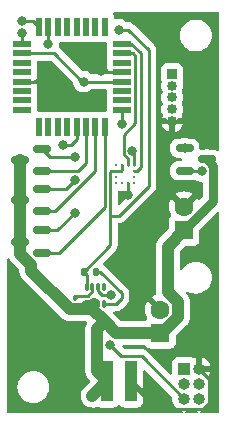
<source format=gbr>
%TF.GenerationSoftware,KiCad,Pcbnew,7.0.7*%
%TF.CreationDate,2024-03-31T00:03:08-06:00*%
%TF.ProjectId,timer,74696d65-722e-46b6-9963-61645f706362,rev?*%
%TF.SameCoordinates,Original*%
%TF.FileFunction,Copper,L1,Top*%
%TF.FilePolarity,Positive*%
%FSLAX46Y46*%
G04 Gerber Fmt 4.6, Leading zero omitted, Abs format (unit mm)*
G04 Created by KiCad (PCBNEW 7.0.7) date 2024-03-31 00:03:08*
%MOMM*%
%LPD*%
G01*
G04 APERTURE LIST*
G04 Aperture macros list*
%AMRoundRect*
0 Rectangle with rounded corners*
0 $1 Rounding radius*
0 $2 $3 $4 $5 $6 $7 $8 $9 X,Y pos of 4 corners*
0 Add a 4 corners polygon primitive as box body*
4,1,4,$2,$3,$4,$5,$6,$7,$8,$9,$2,$3,0*
0 Add four circle primitives for the rounded corners*
1,1,$1+$1,$2,$3*
1,1,$1+$1,$4,$5*
1,1,$1+$1,$6,$7*
1,1,$1+$1,$8,$9*
0 Add four rect primitives between the rounded corners*
20,1,$1+$1,$2,$3,$4,$5,0*
20,1,$1+$1,$4,$5,$6,$7,0*
20,1,$1+$1,$6,$7,$8,$9,0*
20,1,$1+$1,$8,$9,$2,$3,0*%
G04 Aperture macros list end*
%TA.AperFunction,SMDPad,CuDef*%
%ADD10RoundRect,0.150000X-0.587500X-0.150000X0.587500X-0.150000X0.587500X0.150000X-0.587500X0.150000X0*%
%TD*%
%TA.AperFunction,SMDPad,CuDef*%
%ADD11RoundRect,0.150000X0.587500X0.150000X-0.587500X0.150000X-0.587500X-0.150000X0.587500X-0.150000X0*%
%TD*%
%TA.AperFunction,SMDPad,CuDef*%
%ADD12R,1.600000X0.550000*%
%TD*%
%TA.AperFunction,SMDPad,CuDef*%
%ADD13R,0.550000X1.600000*%
%TD*%
%TA.AperFunction,ComponentPad*%
%ADD14C,1.600000*%
%TD*%
%TA.AperFunction,ComponentPad*%
%ADD15R,1.600000X1.600000*%
%TD*%
%TA.AperFunction,SMDPad,CuDef*%
%ADD16R,0.250000X0.275000*%
%TD*%
%TA.AperFunction,SMDPad,CuDef*%
%ADD17R,0.275000X0.250000*%
%TD*%
%TA.AperFunction,ComponentPad*%
%ADD18R,1.000000X1.000000*%
%TD*%
%TA.AperFunction,ComponentPad*%
%ADD19O,1.000000X1.000000*%
%TD*%
%TA.AperFunction,SMDPad,CuDef*%
%ADD20RoundRect,0.100000X-0.100000X0.130000X-0.100000X-0.130000X0.100000X-0.130000X0.100000X0.130000X0*%
%TD*%
%TA.AperFunction,SMDPad,CuDef*%
%ADD21RoundRect,0.050000X0.100000X-0.285000X0.100000X0.285000X-0.100000X0.285000X-0.100000X-0.285000X0*%
%TD*%
%TA.AperFunction,SMDPad,CuDef*%
%ADD22R,1.000000X3.500000*%
%TD*%
%TA.AperFunction,ComponentPad*%
%ADD23R,0.850000X0.850000*%
%TD*%
%TA.AperFunction,ComponentPad*%
%ADD24O,0.850000X0.850000*%
%TD*%
%TA.AperFunction,SMDPad,CuDef*%
%ADD25RoundRect,0.135000X0.135000X0.185000X-0.135000X0.185000X-0.135000X-0.185000X0.135000X-0.185000X0*%
%TD*%
%TA.AperFunction,ViaPad*%
%ADD26C,0.800000*%
%TD*%
%TA.AperFunction,Conductor*%
%ADD27C,1.000000*%
%TD*%
%TA.AperFunction,Conductor*%
%ADD28C,0.250000*%
%TD*%
%TA.AperFunction,Conductor*%
%ADD29C,0.750000*%
%TD*%
G04 APERTURE END LIST*
D10*
%TO.P,Q4,1,G*%
%TO.N,t3*%
X221062500Y-86300000D03*
%TO.P,Q4,2,S*%
%TO.N,c3*%
X221062500Y-88200000D03*
%TO.P,Q4,3,D*%
%TO.N,V_{cc}*%
X222937500Y-87250000D03*
%TD*%
D11*
%TO.P,Q3,1,G*%
%TO.N,t2*%
X209000000Y-95150000D03*
%TO.P,Q3,2,S*%
%TO.N,c2*%
X209000000Y-93250000D03*
%TO.P,Q3,3,D*%
%TO.N,V_{cc}*%
X207125000Y-94200000D03*
%TD*%
D12*
%TO.P,U1,1,PD3*%
%TO.N,t3*%
X215750000Y-83050000D03*
%TO.P,U1,2,PD4*%
%TO.N,unconnected-(U1-PD4-Pad2)*%
X215750000Y-82250000D03*
%TO.P,U1,3,PA2*%
%TO.N,unconnected-(U1-PA2-Pad3)*%
X215750000Y-81450000D03*
%TO.P,U1,4,VCC*%
%TO.N,V_{reg}*%
X215750000Y-80650000D03*
%TO.P,U1,5,GND*%
%TO.N,GND*%
X215750000Y-79850000D03*
%TO.P,U1,6,PA3*%
%TO.N,unconnected-(U1-PA3-Pad6)*%
X215750000Y-79050000D03*
%TO.P,U1,7,PB6*%
%TO.N,SDA*%
X215750000Y-78250000D03*
%TO.P,U1,8,PB7*%
%TO.N,SCL*%
X215750000Y-77450000D03*
D13*
%TO.P,U1,9,PD5*%
%TO.N,unconnected-(U1-PD5-Pad9)*%
X214300000Y-76000000D03*
%TO.P,U1,10,PD6*%
%TO.N,unconnected-(U1-PD6-Pad10)*%
X213500000Y-76000000D03*
%TO.P,U1,11,PD7*%
%TO.N,unconnected-(U1-PD7-Pad11)*%
X212700000Y-76000000D03*
%TO.P,U1,12,PB0*%
%TO.N,unconnected-(U1-PB0-Pad12)*%
X211900000Y-76000000D03*
%TO.P,U1,13,PB1*%
%TO.N,unconnected-(U1-PB1-Pad13)*%
X211100000Y-76000000D03*
%TO.P,U1,14,PB2*%
%TO.N,unconnected-(U1-PB2-Pad14)*%
X210300000Y-76000000D03*
%TO.P,U1,15,PB3*%
%TO.N,MOSI*%
X209500000Y-76000000D03*
%TO.P,U1,16,PB4*%
%TO.N,MISO*%
X208700000Y-76000000D03*
D12*
%TO.P,U1,17,PB5*%
%TO.N,SCK*%
X207250000Y-77450000D03*
%TO.P,U1,18,AVCC*%
%TO.N,V_{reg}*%
X207250000Y-78250000D03*
%TO.P,U1,19,PA0*%
%TO.N,unconnected-(U1-PA0-Pad19)*%
X207250000Y-79050000D03*
%TO.P,U1,20,PC7*%
%TO.N,unconnected-(U1-PC7-Pad20)*%
X207250000Y-79850000D03*
%TO.P,U1,21,GND*%
%TO.N,GND*%
X207250000Y-80650000D03*
%TO.P,U1,22,PA1*%
%TO.N,unconnected-(U1-PA1-Pad22)*%
X207250000Y-81450000D03*
%TO.P,U1,23,PC0*%
%TO.N,unconnected-(U1-PC0-Pad23)*%
X207250000Y-82250000D03*
%TO.P,U1,24,PC1*%
%TO.N,unconnected-(U1-PC1-Pad24)*%
X207250000Y-83050000D03*
D13*
%TO.P,U1,25,PC2*%
%TO.N,unconnected-(U1-PC2-Pad25)*%
X208700000Y-84500000D03*
%TO.P,U1,26,PC3*%
%TO.N,unconnected-(U1-PC3-Pad26)*%
X209500000Y-84500000D03*
%TO.P,U1,27,PC4*%
%TO.N,unconnected-(U1-PC4-Pad27)*%
X210300000Y-84500000D03*
%TO.P,U1,28,PC5*%
%TO.N,unconnected-(U1-PC5-Pad28)*%
X211100000Y-84500000D03*
%TO.P,U1,29,~{RESET}/PC6*%
%TO.N,~{RESET}*%
X211900000Y-84500000D03*
%TO.P,U1,30,PD0*%
%TO.N,t0*%
X212700000Y-84500000D03*
%TO.P,U1,31,PD1*%
%TO.N,t1*%
X213500000Y-84500000D03*
%TO.P,U1,32,PD2*%
%TO.N,t2*%
X214300000Y-84500000D03*
%TD*%
D11*
%TO.P,Q1,1,G*%
%TO.N,t0*%
X209000000Y-88250000D03*
%TO.P,Q1,2,S*%
%TO.N,c0*%
X209000000Y-86350000D03*
%TO.P,Q1,3,D*%
%TO.N,V_{cc}*%
X207125000Y-87300000D03*
%TD*%
D14*
%TO.P,C2,2*%
%TO.N,GND*%
X221000000Y-91250000D03*
D15*
%TO.P,C2,1*%
%TO.N,V_{cc}*%
X221000000Y-93250000D03*
%TD*%
D16*
%TO.P,U3,1,V_{PP}*%
%TO.N,GND*%
X216750000Y-87737500D03*
%TO.P,U3,2,SDA*%
%TO.N,SDA*%
X216250000Y-87737500D03*
%TO.P,U3,3,V_{DD}*%
%TO.N,V_{reg}*%
X215750000Y-87737500D03*
%TO.P,U3,4,NC*%
%TO.N,unconnected-(U3-NC-Pad4)*%
X215250000Y-87737500D03*
D17*
%TO.P,U3,5,INTN*%
%TO.N,V_{reg}*%
X215237500Y-88250000D03*
%TO.P,U3,6,NC*%
%TO.N,unconnected-(U3-NC-Pad6)*%
X215237500Y-88750000D03*
D16*
%TO.P,U3,7,NC*%
%TO.N,unconnected-(U3-NC-Pad7)*%
X215250000Y-89262500D03*
%TO.P,U3,8,NC*%
%TO.N,unconnected-(U3-NC-Pad8)*%
X215750000Y-89262500D03*
%TO.P,U3,9,GND*%
%TO.N,GND*%
X216250000Y-89262500D03*
%TO.P,U3,10,NC*%
%TO.N,unconnected-(U3-NC-Pad10)*%
X216750000Y-89262500D03*
D17*
%TO.P,U3,11,NC*%
%TO.N,unconnected-(U3-NC-Pad11)*%
X216762500Y-88750000D03*
%TO.P,U3,12,SCL*%
%TO.N,SCL*%
X216762500Y-88250000D03*
%TD*%
D18*
%TO.P,J1,1,MISO*%
%TO.N,MISO*%
X221000000Y-104980000D03*
D19*
%TO.P,J1,2,VCC*%
%TO.N,GND*%
X222270000Y-104980000D03*
%TO.P,J1,3,SCK*%
%TO.N,SCK*%
X221000000Y-106250000D03*
%TO.P,J1,4,MOSI*%
%TO.N,MOSI*%
X222270000Y-106250000D03*
%TO.P,J1,5,~{RST}*%
%TO.N,~{RESET}*%
X221000000Y-107520000D03*
%TO.P,J1,6,GND*%
%TO.N,V_{cc}*%
X222270000Y-107520000D03*
%TD*%
D11*
%TO.P,Q2,1,G*%
%TO.N,t1*%
X209000000Y-91650000D03*
%TO.P,Q2,2,S*%
%TO.N,c1*%
X209000000Y-89750000D03*
%TO.P,Q2,3,D*%
%TO.N,V_{cc}*%
X207125000Y-90700000D03*
%TD*%
D20*
%TO.P,L1,1*%
%TO.N,Net-(U2-SW)*%
X211750000Y-99000000D03*
%TO.P,L1,2*%
%TO.N,V_{cc}*%
X211750000Y-99640000D03*
%TD*%
D15*
%TO.P,C1,1*%
%TO.N,V_{cc}*%
X219000000Y-101955113D03*
D14*
%TO.P,C1,2*%
%TO.N,GND*%
X219000000Y-99955113D03*
%TD*%
D21*
%TO.P,U2,1,VIN*%
%TO.N,V_{cc}*%
X212750000Y-99490000D03*
%TO.P,U2,2,EN*%
X213250000Y-99490000D03*
%TO.P,U2,3,MODE*%
X213750000Y-99490000D03*
%TO.P,U2,4,PG*%
%TO.N,Net-(U2-PG)*%
X214250000Y-99490000D03*
%TO.P,U2,5,FB*%
%TO.N,unconnected-(U2-FB-Pad5)*%
X214250000Y-98010000D03*
%TO.P,U2,6,GND*%
%TO.N,GND*%
X213750000Y-98010000D03*
%TO.P,U2,7,SW*%
%TO.N,Net-(U2-SW)*%
X213250000Y-98010000D03*
%TO.P,U2,8,VOUT*%
%TO.N,V_{reg}*%
X212750000Y-98010000D03*
%TD*%
D22*
%TO.P,BT1,1,+*%
%TO.N,V_{cc}*%
X214500000Y-106000000D03*
%TO.P,BT1,2,-*%
%TO.N,GND*%
X216500000Y-106000000D03*
%TD*%
D23*
%TO.P,J2,1,Pin_1*%
%TO.N,c0*%
X220000000Y-80000000D03*
D24*
%TO.P,J2,2,Pin_2*%
%TO.N,c1*%
X220000000Y-81000000D03*
%TO.P,J2,3,Pin_3*%
%TO.N,c2*%
X220000000Y-82000000D03*
%TO.P,J2,4,Pin_4*%
%TO.N,c3*%
X220000000Y-83000000D03*
%TO.P,J2,5,Pin_5*%
%TO.N,GND*%
X220000000Y-84000000D03*
%TD*%
D25*
%TO.P,R1,1*%
%TO.N,Net-(U2-PG)*%
X213510000Y-96750000D03*
%TO.P,R1,2*%
%TO.N,V_{reg}*%
X212490000Y-96750000D03*
%TD*%
D26*
%TO.N,V_{cc}*%
X213250000Y-107250000D03*
%TO.N,V_{reg}*%
X212500000Y-80650000D03*
X215500000Y-76250000D03*
%TO.N,GND*%
X216250000Y-90250000D03*
X222250000Y-100250000D03*
X216600500Y-86500000D03*
X210750000Y-80750000D03*
X214000000Y-79750000D03*
%TO.N,~{RESET}*%
X214750000Y-103000000D03*
%TO.N,GND*%
X214813505Y-98750012D03*
%TO.N,MISO*%
X207250000Y-75500497D03*
%TO.N,SCK*%
X207250000Y-76500000D03*
%TO.N,MOSI*%
X209500000Y-77500000D03*
%TO.N,~{RESET}*%
X210750000Y-86000000D03*
%TO.N,c0*%
X211750000Y-87000000D03*
%TO.N,c1*%
X211737701Y-88987701D03*
%TO.N,c2*%
X211750000Y-91750000D03*
%TO.N,c3*%
X222500000Y-88250000D03*
%TO.N,t3*%
X215750000Y-84250000D03*
X221062500Y-86300000D03*
%TD*%
D27*
%TO.N,V_{cc}*%
X214500000Y-106000000D02*
X213250000Y-107250000D01*
D28*
%TO.N,GND*%
X223095000Y-105805000D02*
X222270000Y-104980000D01*
X223095000Y-107861727D02*
X223095000Y-105805000D01*
X222611727Y-108345000D02*
X223095000Y-107861727D01*
X216500000Y-106000000D02*
X218845000Y-108345000D01*
X218845000Y-108345000D02*
X222611727Y-108345000D01*
%TO.N,V_{reg}*%
X212500000Y-80650000D02*
X212400000Y-80650000D01*
X215750000Y-80650000D02*
X212500000Y-80650000D01*
X216275000Y-76250000D02*
X215500000Y-76250000D01*
X215525305Y-92000000D02*
X218000000Y-89525305D01*
X214750000Y-92000000D02*
X215525305Y-92000000D01*
X214750000Y-92000000D02*
X214750000Y-94490000D01*
X218000000Y-77975000D02*
X216275000Y-76250000D01*
X214750000Y-88350000D02*
X214750000Y-92000000D01*
X218000000Y-89525305D02*
X218000000Y-77975000D01*
%TO.N,GND*%
X216250000Y-90000000D02*
X216250000Y-90250000D01*
%TO.N,Net-(U2-PG)*%
X215260000Y-99490000D02*
X214250000Y-99490000D01*
X215750000Y-99000000D02*
X215260000Y-99490000D01*
X213905330Y-96750000D02*
X215750000Y-98594670D01*
X213510000Y-96750000D02*
X213905330Y-96750000D01*
X215750000Y-98594670D02*
X215750000Y-99000000D01*
D29*
%TO.N,V_{cc}*%
X223475000Y-87787500D02*
X222937500Y-87250000D01*
X223475000Y-90775000D02*
X223475000Y-87787500D01*
X221000000Y-93250000D02*
X223475000Y-90775000D01*
D27*
X219121321Y-101955113D02*
X219000000Y-101955113D01*
X220500000Y-100576434D02*
X219121321Y-101955113D01*
X219621321Y-98455113D02*
X220500000Y-99333792D01*
X219621321Y-94628679D02*
X219621321Y-98455113D01*
X221000000Y-93250000D02*
X219621321Y-94628679D01*
X220500000Y-99333792D02*
X220500000Y-100576434D01*
D28*
%TO.N,SDA*%
X216675000Y-78250000D02*
X215750000Y-78250000D01*
X216875000Y-84150305D02*
X216875000Y-78450000D01*
X215875500Y-85149805D02*
X216875000Y-84150305D01*
X216250000Y-87174805D02*
X215875500Y-86800305D01*
X215875500Y-86800305D02*
X215875500Y-85149805D01*
X216250000Y-87737500D02*
X216250000Y-87174805D01*
X216875000Y-78450000D02*
X216675000Y-78250000D01*
%TO.N,GND*%
X216750000Y-86649500D02*
X216600500Y-86500000D01*
X216750000Y-87737500D02*
X216750000Y-86649500D01*
%TO.N,V_{reg}*%
X214750000Y-94490000D02*
X212490000Y-96750000D01*
X214850000Y-88250000D02*
X214750000Y-88350000D01*
X215237500Y-88250000D02*
X214850000Y-88250000D01*
%TO.N,GND*%
X216250000Y-89262500D02*
X216250000Y-90000000D01*
X210650000Y-80650000D02*
X210750000Y-80750000D01*
X207250000Y-80650000D02*
X210650000Y-80650000D01*
X214100000Y-79850000D02*
X214000000Y-79750000D01*
X215750000Y-79850000D02*
X214100000Y-79850000D01*
D27*
%TO.N,V_{cc}*%
X213650000Y-101600000D02*
X213650000Y-105150000D01*
X214282170Y-100967830D02*
X213650000Y-101600000D01*
X213650000Y-105150000D02*
X214500000Y-106000000D01*
X214282170Y-100967830D02*
X213244340Y-99930000D01*
X215269453Y-101955113D02*
X214282170Y-100967830D01*
D28*
%TO.N,~{RESET}*%
X215675000Y-103925000D02*
X214750000Y-103000000D01*
X217405000Y-103925000D02*
X215675000Y-103925000D01*
X221000000Y-107520000D02*
X217405000Y-103925000D01*
D27*
%TO.N,V_{cc}*%
X213244340Y-99930000D02*
X211318629Y-99930000D01*
X219000000Y-101955113D02*
X215269453Y-101955113D01*
X212475000Y-99930000D02*
X212960000Y-99930000D01*
X212960000Y-99930000D02*
X213400000Y-99490000D01*
X212475000Y-99930000D02*
X212750000Y-99655000D01*
X208060418Y-96671789D02*
X211318629Y-99930000D01*
X208060418Y-96150000D02*
X208060418Y-96671789D01*
X211318629Y-99930000D02*
X212475000Y-99930000D01*
D28*
%TO.N,GND*%
X214813493Y-98750000D02*
X214813505Y-98750012D01*
X214074670Y-98750000D02*
X214813493Y-98750000D01*
X213750000Y-98010000D02*
X213750000Y-98425330D01*
X213750000Y-98425330D02*
X214074670Y-98750000D01*
%TO.N,V_{cc}*%
X213250000Y-99490000D02*
X213750000Y-99490000D01*
X212750000Y-99490000D02*
X213250000Y-99490000D01*
X212600000Y-99640000D02*
X212750000Y-99490000D01*
X211750000Y-99640000D02*
X212600000Y-99640000D01*
%TO.N,V_{reg}*%
X212750000Y-97010000D02*
X212490000Y-96750000D01*
X212750000Y-98010000D02*
X212750000Y-97010000D01*
%TO.N,Net-(U2-SW)*%
X211920000Y-98830000D02*
X211750000Y-99000000D01*
X212845330Y-98830000D02*
X211920000Y-98830000D01*
X213250000Y-98010000D02*
X213250000Y-98425330D01*
X213250000Y-98425330D02*
X212845330Y-98830000D01*
D27*
%TO.N,V_{cc}*%
X207125000Y-90700000D02*
X207125000Y-87300000D01*
X208060418Y-96150000D02*
X207125000Y-95214582D01*
X207125000Y-95214582D02*
X207125000Y-94200000D01*
X207125000Y-94200000D02*
X207125000Y-90700000D01*
D28*
%TO.N,MISO*%
X208200497Y-75500497D02*
X207250000Y-75500497D01*
X208700000Y-76000000D02*
X208200497Y-75500497D01*
%TO.N,SCK*%
X207250000Y-77450000D02*
X207250000Y-76500000D01*
%TO.N,MOSI*%
X209500000Y-76000000D02*
X209500000Y-77500000D01*
%TO.N,~{RESET}*%
X211900000Y-84500000D02*
X211900000Y-85550000D01*
X211900000Y-85550000D02*
X211450000Y-86000000D01*
X211450000Y-86000000D02*
X210750000Y-86000000D01*
%TO.N,c0*%
X209000000Y-86350000D02*
X209650000Y-87000000D01*
X209650000Y-87000000D02*
X211750000Y-87000000D01*
%TO.N,c1*%
X209000000Y-89750000D02*
X210975402Y-89750000D01*
X210975402Y-89750000D02*
X211737701Y-88987701D01*
%TO.N,c2*%
X209000000Y-93250000D02*
X210250000Y-93250000D01*
X210250000Y-93250000D02*
X211750000Y-91750000D01*
%TO.N,c3*%
X221112500Y-88250000D02*
X221062500Y-88200000D01*
X222500000Y-88250000D02*
X221112500Y-88250000D01*
%TO.N,t0*%
X212700000Y-87550000D02*
X212000000Y-88250000D01*
X212700000Y-84500000D02*
X212700000Y-87550000D01*
X212000000Y-88250000D02*
X209000000Y-88250000D01*
%TO.N,t1*%
X213500000Y-88250000D02*
X210100000Y-91650000D01*
X210100000Y-91650000D02*
X209000000Y-91650000D01*
X213500000Y-84500000D02*
X213500000Y-88250000D01*
%TO.N,t2*%
X210386827Y-95150000D02*
X214300000Y-91236827D01*
X209000000Y-95150000D02*
X210386827Y-95150000D01*
X214300000Y-91236827D02*
X214300000Y-84500000D01*
%TO.N,t3*%
X215750000Y-83050000D02*
X215750000Y-84250000D01*
%TO.N,V_{reg}*%
X215750000Y-88150000D02*
X215650000Y-88250000D01*
X215650000Y-88250000D02*
X215237500Y-88250000D01*
X215750000Y-87737500D02*
X215750000Y-88150000D01*
X212400000Y-80650000D02*
X210000000Y-78250000D01*
X210000000Y-78250000D02*
X207250000Y-78250000D01*
%TO.N,SCL*%
X217325000Y-78263604D02*
X216511396Y-77450000D01*
X216511396Y-77450000D02*
X215750000Y-77450000D01*
X217000000Y-88250000D02*
X217325000Y-87925000D01*
X217325000Y-87925000D02*
X217325000Y-78263604D01*
X216762500Y-88250000D02*
X217000000Y-88250000D01*
%TD*%
%TA.AperFunction,Conductor*%
%TO.N,GND*%
G36*
X206205703Y-95645400D02*
G01*
X206229442Y-95675424D01*
X206230163Y-95674949D01*
X206233622Y-95680198D01*
X206233623Y-95680199D01*
X206265533Y-95728618D01*
X206267377Y-95731415D01*
X206269818Y-95735445D01*
X206299588Y-95789080D01*
X206299589Y-95789081D01*
X206299591Y-95789084D01*
X206321968Y-95815149D01*
X206326693Y-95821417D01*
X206345597Y-95850100D01*
X206388965Y-95893468D01*
X206392168Y-95896924D01*
X206432135Y-95943478D01*
X206459299Y-95964505D01*
X206465186Y-95969689D01*
X206767328Y-96271830D01*
X207023599Y-96528101D01*
X207057084Y-96589424D01*
X207059918Y-96615782D01*
X207059918Y-96659072D01*
X207057661Y-96748151D01*
X207057661Y-96748159D01*
X207068482Y-96808528D01*
X207069136Y-96813193D01*
X207075343Y-96874219D01*
X207075345Y-96874233D01*
X207085626Y-96907002D01*
X207087497Y-96914626D01*
X207093560Y-96948441D01*
X207093560Y-96948444D01*
X207116312Y-97005401D01*
X207117892Y-97009840D01*
X207136259Y-97068377D01*
X207136262Y-97068384D01*
X207152927Y-97098408D01*
X207156297Y-97105503D01*
X207169040Y-97137403D01*
X207169045Y-97137413D01*
X207202795Y-97188622D01*
X207205236Y-97192652D01*
X207235006Y-97246287D01*
X207235007Y-97246288D01*
X207235009Y-97246291D01*
X207257386Y-97272356D01*
X207262111Y-97278624D01*
X207274681Y-97297695D01*
X207281016Y-97307308D01*
X207324396Y-97350688D01*
X207327587Y-97354132D01*
X207367549Y-97400681D01*
X207367548Y-97400681D01*
X207394717Y-97421712D01*
X207400604Y-97426896D01*
X210602176Y-100628467D01*
X210663570Y-100693053D01*
X210663573Y-100693055D01*
X210663576Y-100693058D01*
X210697682Y-100716795D01*
X210713932Y-100728106D01*
X210717673Y-100730926D01*
X210765222Y-100769698D01*
X210795674Y-100785604D01*
X210802385Y-100789671D01*
X210830580Y-100809295D01*
X210886961Y-100833490D01*
X210891196Y-100835501D01*
X210945580Y-100863909D01*
X210978602Y-100873356D01*
X210985994Y-100875989D01*
X211017569Y-100889539D01*
X211017570Y-100889540D01*
X211030683Y-100892234D01*
X211077684Y-100901892D01*
X211082224Y-100903006D01*
X211141211Y-100919886D01*
X211175470Y-100922494D01*
X211183238Y-100923585D01*
X211216884Y-100930500D01*
X211216888Y-100930500D01*
X211278230Y-100930500D01*
X211282937Y-100930678D01*
X211306129Y-100932445D01*
X211344104Y-100935337D01*
X211344104Y-100935336D01*
X211344105Y-100935337D01*
X211378188Y-100930996D01*
X211386018Y-100930500D01*
X212373259Y-100930500D01*
X212462284Y-100930500D01*
X212551359Y-100932757D01*
X212551361Y-100932757D01*
X212551361Y-100932756D01*
X212551363Y-100932757D01*
X212552410Y-100932569D01*
X212553105Y-100932445D01*
X212574979Y-100930500D01*
X212660772Y-100930500D01*
X212727811Y-100950185D01*
X212773566Y-101002989D01*
X212783510Y-101072147D01*
X212772196Y-101105749D01*
X212773184Y-101106173D01*
X212746509Y-101168330D01*
X212744488Y-101172584D01*
X212716091Y-101226951D01*
X212716090Y-101226952D01*
X212706640Y-101259975D01*
X212704007Y-101267371D01*
X212690459Y-101298943D01*
X212678113Y-101359019D01*
X212676990Y-101363595D01*
X212660113Y-101422577D01*
X212660113Y-101422579D01*
X212657503Y-101456841D01*
X212656414Y-101464608D01*
X212650980Y-101491052D01*
X212649500Y-101498258D01*
X212649500Y-101559597D01*
X212649321Y-101564306D01*
X212644662Y-101625474D01*
X212646707Y-101641527D01*
X212649003Y-101659560D01*
X212649500Y-101667388D01*
X212649500Y-105137283D01*
X212647243Y-105226362D01*
X212647243Y-105226370D01*
X212658064Y-105286739D01*
X212658718Y-105291404D01*
X212664925Y-105352430D01*
X212664927Y-105352444D01*
X212675208Y-105385213D01*
X212677079Y-105392837D01*
X212683142Y-105426652D01*
X212683142Y-105426655D01*
X212705894Y-105483612D01*
X212707474Y-105488051D01*
X212725841Y-105546588D01*
X212725844Y-105546595D01*
X212742509Y-105576619D01*
X212745879Y-105583714D01*
X212758622Y-105615614D01*
X212758627Y-105615624D01*
X212792377Y-105666833D01*
X212794818Y-105670863D01*
X212824588Y-105724498D01*
X212824589Y-105724499D01*
X212824591Y-105724502D01*
X212846968Y-105750567D01*
X212851693Y-105756835D01*
X212864263Y-105775906D01*
X212870598Y-105785519D01*
X212913978Y-105828899D01*
X212917169Y-105832343D01*
X212957131Y-105878892D01*
X212957134Y-105878895D01*
X212984294Y-105899918D01*
X212990190Y-105905111D01*
X212997398Y-105912319D01*
X213030883Y-105973642D01*
X213025899Y-106043334D01*
X212997398Y-106087681D01*
X212506662Y-106578417D01*
X212451191Y-106646447D01*
X212410302Y-106696593D01*
X212349179Y-106813607D01*
X212316090Y-106876953D01*
X212260112Y-107072584D01*
X212244662Y-107275474D01*
X212244662Y-107275477D01*
X212270368Y-107477321D01*
X212270370Y-107477329D01*
X212336183Y-107669870D01*
X212336189Y-107669882D01*
X212439406Y-107845221D01*
X212439411Y-107845228D01*
X212575820Y-107996212D01*
X212739828Y-108116646D01*
X212739835Y-108116650D01*
X212907738Y-108193797D01*
X212924732Y-108201605D01*
X212990456Y-108216857D01*
X213122945Y-108247603D01*
X213326358Y-108252757D01*
X213326358Y-108252756D01*
X213326363Y-108252757D01*
X213505853Y-108220586D01*
X213526648Y-108216859D01*
X213526648Y-108216858D01*
X213526653Y-108216858D01*
X213632766Y-108174470D01*
X213702324Y-108167883D01*
X213753074Y-108190357D01*
X213757664Y-108193793D01*
X213757671Y-108193797D01*
X213892517Y-108244091D01*
X213892516Y-108244091D01*
X213899444Y-108244835D01*
X213952127Y-108250500D01*
X215047872Y-108250499D01*
X215107483Y-108244091D01*
X215242331Y-108193796D01*
X215357546Y-108107546D01*
X215401046Y-108049436D01*
X215456979Y-108007567D01*
X215526671Y-108002583D01*
X215587994Y-108036068D01*
X215599578Y-108049438D01*
X215642809Y-108107187D01*
X215642812Y-108107190D01*
X215757906Y-108193350D01*
X215757913Y-108193354D01*
X215892620Y-108243596D01*
X215892627Y-108243598D01*
X215952155Y-108249999D01*
X215952172Y-108250000D01*
X217047828Y-108250000D01*
X217047844Y-108249999D01*
X217107372Y-108243598D01*
X217107379Y-108243596D01*
X217242086Y-108193354D01*
X217242093Y-108193350D01*
X217357187Y-108107190D01*
X217357190Y-108107187D01*
X217443350Y-107992093D01*
X217443354Y-107992086D01*
X217493596Y-107857379D01*
X217493598Y-107857372D01*
X217499999Y-107797844D01*
X217500000Y-107797827D01*
X217500000Y-107353553D01*
X216234128Y-106087681D01*
X216200643Y-106026358D01*
X216205627Y-105956666D01*
X216234128Y-105912319D01*
X216412318Y-105734128D01*
X216473641Y-105700643D01*
X216543332Y-105705627D01*
X216587680Y-105734128D01*
X217499999Y-106646447D01*
X217500000Y-106646446D01*
X217500000Y-105203952D01*
X217519685Y-105136913D01*
X217572489Y-105091158D01*
X217641647Y-105081214D01*
X217705203Y-105110239D01*
X217711681Y-105116271D01*
X219964015Y-107368605D01*
X219997500Y-107429928D01*
X219999737Y-107468439D01*
X219994659Y-107519999D01*
X220013975Y-107716129D01*
X220071188Y-107904733D01*
X220164086Y-108078532D01*
X220164090Y-108078539D01*
X220289116Y-108230883D01*
X220441460Y-108355909D01*
X220441467Y-108355913D01*
X220615271Y-108448813D01*
X220615273Y-108448814D01*
X220691058Y-108471803D01*
X220806556Y-108506840D01*
X220864994Y-108545137D01*
X220893451Y-108608949D01*
X220882890Y-108678016D01*
X220836665Y-108730410D01*
X220770560Y-108749500D01*
X206124500Y-108749500D01*
X206057461Y-108729815D01*
X206011706Y-108677011D01*
X206000500Y-108625500D01*
X206000500Y-106500000D01*
X206894341Y-106500000D01*
X206914936Y-106735403D01*
X206914938Y-106735413D01*
X206976094Y-106963654D01*
X206976095Y-106963658D01*
X206976097Y-106963663D01*
X207026030Y-107070745D01*
X207075964Y-107177828D01*
X207075965Y-107177830D01*
X207211505Y-107371402D01*
X207378597Y-107538494D01*
X207572169Y-107674034D01*
X207572171Y-107674035D01*
X207786337Y-107773903D01*
X208014592Y-107835063D01*
X208191034Y-107850500D01*
X208308966Y-107850500D01*
X208485408Y-107835063D01*
X208713663Y-107773903D01*
X208927829Y-107674035D01*
X209121401Y-107538495D01*
X209288495Y-107371401D01*
X209424035Y-107177830D01*
X209523903Y-106963663D01*
X209523904Y-106963656D01*
X209523906Y-106963654D01*
X209559590Y-106830475D01*
X209585063Y-106735408D01*
X209605659Y-106500000D01*
X209585063Y-106264592D01*
X209523903Y-106036337D01*
X209424035Y-105822171D01*
X209424034Y-105822169D01*
X209288494Y-105628597D01*
X209121402Y-105461505D01*
X208927830Y-105325965D01*
X208927828Y-105325964D01*
X208794894Y-105263976D01*
X208713663Y-105226097D01*
X208713659Y-105226096D01*
X208713655Y-105226094D01*
X208485413Y-105164938D01*
X208485403Y-105164936D01*
X208308966Y-105149500D01*
X208191034Y-105149500D01*
X208014596Y-105164936D01*
X208014586Y-105164938D01*
X207786344Y-105226094D01*
X207786335Y-105226098D01*
X207572171Y-105325964D01*
X207572169Y-105325965D01*
X207378597Y-105461505D01*
X207211506Y-105628597D01*
X207211501Y-105628604D01*
X207075967Y-105822165D01*
X207075965Y-105822169D01*
X206976098Y-106036335D01*
X206976094Y-106036344D01*
X206914938Y-106264586D01*
X206914936Y-106264596D01*
X206894341Y-106499999D01*
X206894341Y-106500000D01*
X206000500Y-106500000D01*
X206000500Y-95739113D01*
X206020185Y-95672074D01*
X206072989Y-95626319D01*
X206142147Y-95616375D01*
X206205703Y-95645400D01*
G37*
%TD.AperFunction*%
%TA.AperFunction,Conductor*%
G36*
X221689507Y-108342194D02*
G01*
X221706148Y-108352888D01*
X221706393Y-108352523D01*
X221711458Y-108355907D01*
X221711462Y-108355910D01*
X221885271Y-108448813D01*
X221885273Y-108448814D01*
X222076556Y-108506840D01*
X222134994Y-108545137D01*
X222163451Y-108608949D01*
X222152890Y-108678016D01*
X222106665Y-108730410D01*
X222040560Y-108749500D01*
X221229440Y-108749500D01*
X221162401Y-108729815D01*
X221116646Y-108677011D01*
X221106702Y-108607853D01*
X221135727Y-108544297D01*
X221193444Y-108506840D01*
X221320448Y-108468312D01*
X221384727Y-108448814D01*
X221558538Y-108355910D01*
X221558544Y-108355904D01*
X221563607Y-108352523D01*
X221564703Y-108354164D01*
X221620639Y-108330405D01*
X221689507Y-108342194D01*
G37*
%TD.AperFunction*%
%TA.AperFunction,Conductor*%
G36*
X223918834Y-91671822D02*
G01*
X223974767Y-91713694D01*
X223999184Y-91779158D01*
X223999500Y-91788004D01*
X223999500Y-108625500D01*
X223979815Y-108692539D01*
X223927011Y-108738294D01*
X223875500Y-108749500D01*
X222499440Y-108749500D01*
X222432401Y-108729815D01*
X222386646Y-108677011D01*
X222376702Y-108607853D01*
X222405727Y-108544297D01*
X222463444Y-108506840D01*
X222551907Y-108480004D01*
X222654727Y-108448814D01*
X222828538Y-108355910D01*
X222980883Y-108230883D01*
X223105910Y-108078538D01*
X223198814Y-107904727D01*
X223256024Y-107716132D01*
X223275341Y-107520000D01*
X223256024Y-107323868D01*
X223198814Y-107135273D01*
X223198811Y-107135269D01*
X223198811Y-107135266D01*
X223105913Y-106961467D01*
X223102527Y-106956399D01*
X223104164Y-106955305D01*
X223080403Y-106899341D01*
X223092202Y-106830475D01*
X223102889Y-106813851D01*
X223102523Y-106813607D01*
X223105904Y-106808544D01*
X223105910Y-106808538D01*
X223198814Y-106634727D01*
X223256024Y-106446132D01*
X223275341Y-106250000D01*
X223256024Y-106053868D01*
X223198814Y-105865273D01*
X223105910Y-105691462D01*
X223105906Y-105691457D01*
X223102526Y-105686399D01*
X223104044Y-105685384D01*
X223080081Y-105628962D01*
X223091872Y-105560094D01*
X223102492Y-105543574D01*
X223102111Y-105543320D01*
X223105497Y-105538252D01*
X223198347Y-105364541D01*
X223239160Y-105230000D01*
X222701955Y-105230000D01*
X222634916Y-105210315D01*
X222589161Y-105157511D01*
X222579217Y-105088353D01*
X222585431Y-105063595D01*
X222595000Y-105037306D01*
X222595000Y-104922694D01*
X222585432Y-104896407D01*
X222581002Y-104826681D01*
X222614973Y-104765625D01*
X222676560Y-104732628D01*
X222701955Y-104730000D01*
X223239160Y-104730000D01*
X223239160Y-104729999D01*
X223198347Y-104595458D01*
X223105496Y-104421746D01*
X223105492Y-104421739D01*
X222980528Y-104269471D01*
X222828260Y-104144507D01*
X222828253Y-104144503D01*
X222654541Y-104051652D01*
X222520000Y-104010839D01*
X222520000Y-104546290D01*
X222500315Y-104613329D01*
X222447511Y-104659084D01*
X222378353Y-104669028D01*
X222374469Y-104668406D01*
X222298440Y-104655000D01*
X222298436Y-104655000D01*
X222241564Y-104655000D01*
X222241559Y-104655000D01*
X222165531Y-104668406D01*
X222096092Y-104660662D01*
X222041864Y-104616605D01*
X222020062Y-104550223D01*
X222020000Y-104546290D01*
X222020000Y-104010839D01*
X222019999Y-104010839D01*
X221885464Y-104051650D01*
X221883586Y-104052655D01*
X221882486Y-104052883D01*
X221879838Y-104053981D01*
X221879629Y-104053478D01*
X221815183Y-104066895D01*
X221750824Y-104042561D01*
X221742335Y-104036206D01*
X221742328Y-104036202D01*
X221607482Y-103985908D01*
X221607483Y-103985908D01*
X221547883Y-103979501D01*
X221547881Y-103979500D01*
X221547873Y-103979500D01*
X221547864Y-103979500D01*
X220452129Y-103979500D01*
X220452123Y-103979501D01*
X220392516Y-103985908D01*
X220257671Y-104036202D01*
X220257664Y-104036206D01*
X220142455Y-104122452D01*
X220142452Y-104122455D01*
X220056206Y-104237664D01*
X220056202Y-104237671D01*
X220005908Y-104372517D01*
X219999501Y-104432116D01*
X219999500Y-104432135D01*
X219999500Y-105335547D01*
X219979815Y-105402586D01*
X219927011Y-105448341D01*
X219857853Y-105458285D01*
X219794297Y-105429260D01*
X219787819Y-105423228D01*
X217905803Y-103541212D01*
X217895980Y-103528950D01*
X217895759Y-103529134D01*
X217890786Y-103523123D01*
X217890785Y-103523122D01*
X217840364Y-103475773D01*
X217829919Y-103465328D01*
X217819475Y-103454883D01*
X217813986Y-103450625D01*
X217809561Y-103446847D01*
X217775582Y-103414938D01*
X217775580Y-103414936D01*
X217775577Y-103414935D01*
X217758029Y-103405288D01*
X217741763Y-103394604D01*
X217725933Y-103382325D01*
X217683168Y-103363818D01*
X217677922Y-103361248D01*
X217637093Y-103338803D01*
X217637092Y-103338802D01*
X217617693Y-103333822D01*
X217599281Y-103327518D01*
X217580898Y-103319562D01*
X217580892Y-103319560D01*
X217534874Y-103312272D01*
X217529152Y-103311087D01*
X217484021Y-103299500D01*
X217484019Y-103299500D01*
X217463984Y-103299500D01*
X217444586Y-103297973D01*
X217437162Y-103296797D01*
X217424805Y-103294840D01*
X217424804Y-103294840D01*
X217378416Y-103299225D01*
X217372578Y-103299500D01*
X215985452Y-103299500D01*
X215918413Y-103279815D01*
X215897771Y-103263181D01*
X215801884Y-103167294D01*
X215768399Y-103105971D01*
X215773383Y-103036279D01*
X215815255Y-102980346D01*
X215880719Y-102955929D01*
X215889565Y-102955613D01*
X217662820Y-102955613D01*
X217729859Y-102975298D01*
X217762085Y-103005300D01*
X217842454Y-103112659D01*
X217888643Y-103147236D01*
X217957664Y-103198906D01*
X217957671Y-103198910D01*
X218092517Y-103249204D01*
X218092516Y-103249204D01*
X218099444Y-103249948D01*
X218152127Y-103255613D01*
X219847872Y-103255612D01*
X219907483Y-103249204D01*
X220042331Y-103198909D01*
X220157546Y-103112659D01*
X220243796Y-102997444D01*
X220294091Y-102862596D01*
X220300500Y-102802986D01*
X220300499Y-102242215D01*
X220320183Y-102175177D01*
X220336813Y-102154540D01*
X221198487Y-101292867D01*
X221263053Y-101231493D01*
X221298112Y-101181120D01*
X221300925Y-101177391D01*
X221339698Y-101129841D01*
X221355607Y-101099382D01*
X221359667Y-101092682D01*
X221379295Y-101064483D01*
X221403492Y-101008094D01*
X221405498Y-101003869D01*
X221433909Y-100949483D01*
X221443360Y-100916449D01*
X221445991Y-100909062D01*
X221447767Y-100904924D01*
X221459540Y-100877492D01*
X221471893Y-100817374D01*
X221473006Y-100812846D01*
X221489887Y-100753852D01*
X221492495Y-100719589D01*
X221493587Y-100711810D01*
X221493689Y-100711317D01*
X221500500Y-100678175D01*
X221500500Y-100616835D01*
X221500679Y-100612126D01*
X221505337Y-100550959D01*
X221500997Y-100516875D01*
X221500500Y-100509036D01*
X221500500Y-99346507D01*
X221502757Y-99257433D01*
X221502756Y-99257432D01*
X221502757Y-99257429D01*
X221491933Y-99197041D01*
X221491280Y-99192379D01*
X221485074Y-99131355D01*
X221485074Y-99131354D01*
X221474784Y-99098560D01*
X221472917Y-99090947D01*
X221470779Y-99079019D01*
X221466858Y-99057139D01*
X221444095Y-99000153D01*
X221442527Y-98995747D01*
X221433367Y-98966552D01*
X221424161Y-98937208D01*
X221424160Y-98937206D01*
X221407492Y-98907177D01*
X221404124Y-98900087D01*
X221391378Y-98868175D01*
X221357612Y-98816942D01*
X221355183Y-98812934D01*
X221325409Y-98759290D01*
X221303034Y-98733226D01*
X221298306Y-98726955D01*
X221279404Y-98698276D01*
X221279399Y-98698270D01*
X221251087Y-98669959D01*
X221236019Y-98654891D01*
X221232829Y-98651448D01*
X221221933Y-98638756D01*
X221193200Y-98575068D01*
X221203462Y-98505956D01*
X221249459Y-98453363D01*
X221316588Y-98433986D01*
X221368423Y-98445603D01*
X221536337Y-98523903D01*
X221764592Y-98585063D01*
X221941034Y-98600500D01*
X222058966Y-98600500D01*
X222235408Y-98585063D01*
X222463663Y-98523903D01*
X222677829Y-98424035D01*
X222871401Y-98288495D01*
X223038495Y-98121401D01*
X223174035Y-97927830D01*
X223273903Y-97713663D01*
X223335063Y-97485408D01*
X223355659Y-97250000D01*
X223355334Y-97246291D01*
X223339769Y-97068384D01*
X223335063Y-97014592D01*
X223273903Y-96786337D01*
X223174035Y-96572171D01*
X223174034Y-96572169D01*
X223038494Y-96378597D01*
X222871402Y-96211505D01*
X222677830Y-96075965D01*
X222677828Y-96075964D01*
X222509482Y-95997463D01*
X222463663Y-95976097D01*
X222463659Y-95976096D01*
X222463655Y-95976094D01*
X222235413Y-95914938D01*
X222235403Y-95914936D01*
X222058966Y-95899500D01*
X221941034Y-95899500D01*
X221764596Y-95914936D01*
X221764586Y-95914938D01*
X221536344Y-95976094D01*
X221536335Y-95976098D01*
X221322171Y-96075964D01*
X221322169Y-96075965D01*
X221128597Y-96211505D01*
X220961506Y-96378597D01*
X220961498Y-96378606D01*
X220847394Y-96541563D01*
X220792817Y-96585188D01*
X220723319Y-96592380D01*
X220660964Y-96560857D01*
X220625551Y-96500627D01*
X220621821Y-96470447D01*
X220621821Y-95094457D01*
X220641505Y-95027422D01*
X220658131Y-95006789D01*
X221078102Y-94586817D01*
X221139425Y-94553333D01*
X221165783Y-94550499D01*
X221847871Y-94550499D01*
X221847872Y-94550499D01*
X221907483Y-94544091D01*
X222042331Y-94493796D01*
X222157546Y-94407546D01*
X222243796Y-94292331D01*
X222294091Y-94157483D01*
X222300500Y-94097873D01*
X222300499Y-93239004D01*
X222320183Y-93171966D01*
X222336813Y-93151329D01*
X223787821Y-91700321D01*
X223849142Y-91666838D01*
X223918834Y-91671822D01*
G37*
%TD.AperFunction*%
%TA.AperFunction,Conductor*%
G36*
X223942539Y-74770185D02*
G01*
X223988294Y-74822989D01*
X223999500Y-74874500D01*
X223999500Y-86407480D01*
X223979815Y-86474519D01*
X223927011Y-86520274D01*
X223857853Y-86530218D01*
X223812381Y-86514213D01*
X223785398Y-86498256D01*
X223785393Y-86498254D01*
X223627573Y-86452402D01*
X223627567Y-86452401D01*
X223590696Y-86449500D01*
X223590694Y-86449500D01*
X223322961Y-86449500D01*
X223267867Y-86436588D01*
X223241195Y-86423360D01*
X223241194Y-86423359D01*
X223056391Y-86377400D01*
X222961207Y-86374821D01*
X222866027Y-86372243D01*
X222866026Y-86372243D01*
X222866025Y-86372243D01*
X222679007Y-86408128D01*
X222630603Y-86428950D01*
X222606291Y-86439408D01*
X222557294Y-86449500D01*
X222424500Y-86449500D01*
X222357461Y-86429815D01*
X222311706Y-86377011D01*
X222300500Y-86325500D01*
X222300500Y-86084304D01*
X222297598Y-86047432D01*
X222297597Y-86047426D01*
X222251745Y-85889606D01*
X222251744Y-85889603D01*
X222251744Y-85889602D01*
X222168081Y-85748135D01*
X222168079Y-85748133D01*
X222168076Y-85748129D01*
X222051870Y-85631923D01*
X222051862Y-85631917D01*
X221910396Y-85548255D01*
X221910393Y-85548254D01*
X221752573Y-85502402D01*
X221752567Y-85502401D01*
X221715696Y-85499500D01*
X221715694Y-85499500D01*
X221504867Y-85499500D01*
X221454431Y-85488779D01*
X221342307Y-85438857D01*
X221342302Y-85438855D01*
X221194703Y-85407483D01*
X221157146Y-85399500D01*
X220967854Y-85399500D01*
X220935397Y-85406398D01*
X220782697Y-85438855D01*
X220782692Y-85438857D01*
X220670569Y-85488779D01*
X220620133Y-85499500D01*
X220409304Y-85499500D01*
X220372432Y-85502401D01*
X220372426Y-85502402D01*
X220214606Y-85548254D01*
X220214603Y-85548255D01*
X220073137Y-85631917D01*
X220073129Y-85631923D01*
X219956923Y-85748129D01*
X219956917Y-85748137D01*
X219873255Y-85889603D01*
X219873254Y-85889606D01*
X219827402Y-86047426D01*
X219827401Y-86047432D01*
X219824500Y-86084304D01*
X219824500Y-86515696D01*
X219827401Y-86552567D01*
X219827402Y-86552573D01*
X219873254Y-86710393D01*
X219873255Y-86710396D01*
X219873256Y-86710398D01*
X219886743Y-86733204D01*
X219956917Y-86851862D01*
X219956923Y-86851870D01*
X220073129Y-86968076D01*
X220073133Y-86968079D01*
X220073135Y-86968081D01*
X220214602Y-87051744D01*
X220256224Y-87063836D01*
X220372426Y-87097597D01*
X220372429Y-87097597D01*
X220372431Y-87097598D01*
X220384722Y-87098565D01*
X220409304Y-87100500D01*
X220409306Y-87100500D01*
X220620133Y-87100500D01*
X220670569Y-87111221D01*
X220785115Y-87162221D01*
X220838352Y-87207471D01*
X220858673Y-87274320D01*
X220839628Y-87341544D01*
X220787261Y-87387799D01*
X220734679Y-87399500D01*
X220409304Y-87399500D01*
X220372432Y-87402401D01*
X220372426Y-87402402D01*
X220214606Y-87448254D01*
X220214603Y-87448255D01*
X220073137Y-87531917D01*
X220073129Y-87531923D01*
X219956923Y-87648129D01*
X219956917Y-87648137D01*
X219873255Y-87789603D01*
X219873254Y-87789606D01*
X219827402Y-87947426D01*
X219827401Y-87947432D01*
X219824500Y-87984304D01*
X219824500Y-88415696D01*
X219827401Y-88452567D01*
X219827402Y-88452573D01*
X219873254Y-88610393D01*
X219873255Y-88610396D01*
X219956917Y-88751862D01*
X219956923Y-88751870D01*
X220073129Y-88868076D01*
X220073133Y-88868079D01*
X220073135Y-88868081D01*
X220214602Y-88951744D01*
X220243329Y-88960090D01*
X220372426Y-88997597D01*
X220372429Y-88997597D01*
X220372431Y-88997598D01*
X220384722Y-88998565D01*
X220409304Y-89000500D01*
X220409306Y-89000500D01*
X221715696Y-89000500D01*
X221734131Y-88999049D01*
X221752569Y-88997598D01*
X221752571Y-88997597D01*
X221752573Y-88997597D01*
X221868814Y-88963826D01*
X221938683Y-88964025D01*
X221976292Y-88982582D01*
X222047269Y-89034150D01*
X222047270Y-89034151D01*
X222220192Y-89111142D01*
X222220197Y-89111144D01*
X222405354Y-89150500D01*
X222405355Y-89150500D01*
X222475500Y-89150500D01*
X222542539Y-89170185D01*
X222588294Y-89222989D01*
X222599500Y-89274500D01*
X222599500Y-90360993D01*
X222579815Y-90428032D01*
X222563181Y-90448674D01*
X222345736Y-90666118D01*
X222284413Y-90699603D01*
X222214721Y-90694619D01*
X222158788Y-90652747D01*
X222145672Y-90630841D01*
X222130130Y-90597511D01*
X222079026Y-90524526D01*
X222079025Y-90524526D01*
X221537419Y-91066132D01*
X221476096Y-91099617D01*
X221406404Y-91094633D01*
X221350471Y-91052761D01*
X221339256Y-91034751D01*
X221327641Y-91011955D01*
X221327637Y-91011951D01*
X221327636Y-91011949D01*
X221238050Y-90922363D01*
X221238044Y-90922358D01*
X221224964Y-90915694D01*
X221215250Y-90910744D01*
X221164456Y-90862773D01*
X221147660Y-90794952D01*
X221170197Y-90728817D01*
X221183865Y-90712580D01*
X221725472Y-90170973D01*
X221652483Y-90119866D01*
X221652481Y-90119865D01*
X221446326Y-90023734D01*
X221446317Y-90023730D01*
X221226610Y-89964860D01*
X221226599Y-89964858D01*
X221000002Y-89945034D01*
X220999998Y-89945034D01*
X220773400Y-89964858D01*
X220773389Y-89964860D01*
X220553682Y-90023730D01*
X220553673Y-90023734D01*
X220347513Y-90119868D01*
X220274526Y-90170973D01*
X220816133Y-90712580D01*
X220849618Y-90773903D01*
X220844634Y-90843595D01*
X220802762Y-90899528D01*
X220784748Y-90910745D01*
X220761956Y-90922358D01*
X220761949Y-90922363D01*
X220672363Y-91011949D01*
X220672358Y-91011956D01*
X220660745Y-91034748D01*
X220612770Y-91085544D01*
X220544949Y-91102338D01*
X220478814Y-91079800D01*
X220462580Y-91066133D01*
X219920973Y-90524526D01*
X219869868Y-90597513D01*
X219773734Y-90803673D01*
X219773730Y-90803682D01*
X219714860Y-91023389D01*
X219714858Y-91023400D01*
X219695034Y-91249997D01*
X219695034Y-91250002D01*
X219714858Y-91476599D01*
X219714860Y-91476610D01*
X219773730Y-91696317D01*
X219773734Y-91696326D01*
X219869865Y-91902481D01*
X219869868Y-91902485D01*
X219878812Y-91915260D01*
X219901138Y-91981467D01*
X219884125Y-92049234D01*
X219851549Y-92085645D01*
X219842456Y-92092452D01*
X219842451Y-92092457D01*
X219756206Y-92207664D01*
X219756202Y-92207671D01*
X219705908Y-92342517D01*
X219699501Y-92402116D01*
X219699500Y-92402135D01*
X219699500Y-93084216D01*
X219679815Y-93151255D01*
X219663181Y-93171897D01*
X218922853Y-93912225D01*
X218858267Y-93973621D01*
X218823220Y-94023973D01*
X218820383Y-94027735D01*
X218781623Y-94075271D01*
X218781620Y-94075276D01*
X218765713Y-94105726D01*
X218761645Y-94112440D01*
X218742023Y-94140633D01*
X218717830Y-94197009D01*
X218715809Y-94201263D01*
X218687412Y-94255630D01*
X218687411Y-94255631D01*
X218677961Y-94288654D01*
X218675328Y-94296050D01*
X218661780Y-94327622D01*
X218649434Y-94387698D01*
X218648311Y-94392274D01*
X218631434Y-94451256D01*
X218631434Y-94451258D01*
X218628824Y-94485520D01*
X218627735Y-94493287D01*
X218624342Y-94509804D01*
X218620821Y-94526937D01*
X218620821Y-94588276D01*
X218620642Y-94592985D01*
X218615984Y-94654155D01*
X218620323Y-94688232D01*
X218620820Y-94696071D01*
X218620821Y-98442396D01*
X218618564Y-98531475D01*
X218618564Y-98531483D01*
X218629385Y-98591852D01*
X218630039Y-98596519D01*
X218630523Y-98601272D01*
X218617722Y-98669959D01*
X218569819Y-98720822D01*
X218558409Y-98726188D01*
X218558582Y-98726558D01*
X218347513Y-98824981D01*
X218274526Y-98876086D01*
X218816133Y-99417693D01*
X218849618Y-99479016D01*
X218844634Y-99548708D01*
X218802762Y-99604641D01*
X218784748Y-99615858D01*
X218761956Y-99627471D01*
X218761949Y-99627476D01*
X218672363Y-99717062D01*
X218672358Y-99717069D01*
X218660745Y-99739861D01*
X218612770Y-99790657D01*
X218544949Y-99807451D01*
X218478814Y-99784913D01*
X218462580Y-99771246D01*
X217920973Y-99229639D01*
X217869868Y-99302626D01*
X217773734Y-99508786D01*
X217773730Y-99508795D01*
X217714860Y-99728502D01*
X217714858Y-99728513D01*
X217695034Y-99955110D01*
X217695034Y-99955115D01*
X217714858Y-100181712D01*
X217714860Y-100181723D01*
X217773730Y-100401430D01*
X217773734Y-100401439D01*
X217869865Y-100607594D01*
X217869868Y-100607598D01*
X217878812Y-100620373D01*
X217901138Y-100686580D01*
X217884125Y-100754347D01*
X217851549Y-100790758D01*
X217842456Y-100797565D01*
X217842455Y-100797566D01*
X217842454Y-100797567D01*
X217764360Y-100901888D01*
X217762087Y-100904924D01*
X217706153Y-100946795D01*
X217662820Y-100954613D01*
X215735236Y-100954613D01*
X215668197Y-100934928D01*
X215647555Y-100918294D01*
X215068642Y-100339382D01*
X215068640Y-100339379D01*
X215056442Y-100327181D01*
X215022957Y-100265858D01*
X215027941Y-100196166D01*
X215069813Y-100140233D01*
X215135277Y-100115816D01*
X215144123Y-100115500D01*
X215177257Y-100115500D01*
X215192877Y-100117224D01*
X215192904Y-100116939D01*
X215200660Y-100117671D01*
X215200667Y-100117673D01*
X215269814Y-100115500D01*
X215299350Y-100115500D01*
X215306228Y-100114630D01*
X215312041Y-100114172D01*
X215358627Y-100112709D01*
X215377869Y-100107117D01*
X215396912Y-100103174D01*
X215416792Y-100100664D01*
X215460122Y-100083507D01*
X215465646Y-100081617D01*
X215470313Y-100080261D01*
X215510390Y-100068618D01*
X215527629Y-100058422D01*
X215545103Y-100049862D01*
X215563727Y-100042488D01*
X215563727Y-100042487D01*
X215563732Y-100042486D01*
X215601449Y-100015082D01*
X215606305Y-100011892D01*
X215646420Y-99988170D01*
X215660589Y-99973999D01*
X215675379Y-99961368D01*
X215691587Y-99949594D01*
X215721299Y-99913676D01*
X215725212Y-99909376D01*
X216133786Y-99500802D01*
X216146048Y-99490980D01*
X216145865Y-99490759D01*
X216151867Y-99485792D01*
X216151877Y-99485786D01*
X216199241Y-99435348D01*
X216220120Y-99414470D01*
X216224373Y-99408986D01*
X216228150Y-99404563D01*
X216260062Y-99370582D01*
X216269714Y-99353023D01*
X216280389Y-99336772D01*
X216292674Y-99320936D01*
X216311186Y-99278152D01*
X216313742Y-99272935D01*
X216336197Y-99232092D01*
X216341180Y-99212680D01*
X216347477Y-99194291D01*
X216355438Y-99175895D01*
X216362729Y-99129853D01*
X216363908Y-99124162D01*
X216375500Y-99079019D01*
X216375500Y-99058974D01*
X216377025Y-99039591D01*
X216380160Y-99019804D01*
X216375775Y-98973415D01*
X216375500Y-98967577D01*
X216375500Y-98677407D01*
X216377224Y-98661793D01*
X216376938Y-98661766D01*
X216377672Y-98654003D01*
X216375500Y-98584873D01*
X216375500Y-98555321D01*
X216375500Y-98555320D01*
X216374629Y-98548429D01*
X216374172Y-98542615D01*
X216373020Y-98505956D01*
X216372709Y-98496043D01*
X216367121Y-98476809D01*
X216363174Y-98457751D01*
X216362620Y-98453363D01*
X216360664Y-98437878D01*
X216343507Y-98394545D01*
X216341614Y-98389016D01*
X216328618Y-98344284D01*
X216328617Y-98344280D01*
X216318420Y-98327038D01*
X216309863Y-98309572D01*
X216302486Y-98290938D01*
X216275083Y-98253220D01*
X216271900Y-98248375D01*
X216248170Y-98208249D01*
X216248165Y-98208243D01*
X216234005Y-98194083D01*
X216221370Y-98179290D01*
X216209593Y-98163082D01*
X216173693Y-98133383D01*
X216169381Y-98129460D01*
X214406132Y-96366211D01*
X214396310Y-96353950D01*
X214396089Y-96354134D01*
X214391116Y-96348123D01*
X214391115Y-96348122D01*
X214340694Y-96300773D01*
X214330248Y-96290328D01*
X214319805Y-96279883D01*
X214314316Y-96275625D01*
X214309891Y-96271847D01*
X214275912Y-96239938D01*
X214275910Y-96239936D01*
X214275907Y-96239935D01*
X214258359Y-96230288D01*
X214242093Y-96219604D01*
X214226263Y-96207325D01*
X214183502Y-96188820D01*
X214178261Y-96186253D01*
X214173055Y-96183392D01*
X214168180Y-96180712D01*
X214118912Y-96131174D01*
X214104247Y-96062861D01*
X214128842Y-95997463D01*
X214140218Y-95984370D01*
X215133786Y-94990802D01*
X215146048Y-94980980D01*
X215145865Y-94980759D01*
X215151867Y-94975792D01*
X215151877Y-94975786D01*
X215199241Y-94925348D01*
X215220120Y-94904470D01*
X215224373Y-94898986D01*
X215228150Y-94894563D01*
X215260062Y-94860582D01*
X215269714Y-94843023D01*
X215280389Y-94826772D01*
X215292674Y-94810936D01*
X215311186Y-94768152D01*
X215313742Y-94762935D01*
X215336197Y-94722092D01*
X215341180Y-94702680D01*
X215347477Y-94684291D01*
X215355438Y-94665895D01*
X215362729Y-94619853D01*
X215363908Y-94614162D01*
X215375500Y-94569019D01*
X215375500Y-94548974D01*
X215377025Y-94529591D01*
X215380160Y-94509804D01*
X215378647Y-94493796D01*
X215375775Y-94463415D01*
X215375500Y-94457577D01*
X215375500Y-92750680D01*
X215395185Y-92683641D01*
X215447989Y-92637886D01*
X215495603Y-92626741D01*
X215533413Y-92625553D01*
X215535120Y-92625500D01*
X215564652Y-92625500D01*
X215564655Y-92625500D01*
X215571533Y-92624630D01*
X215577346Y-92624172D01*
X215623932Y-92622709D01*
X215643174Y-92617117D01*
X215662217Y-92613174D01*
X215682097Y-92610664D01*
X215725427Y-92593507D01*
X215730951Y-92591617D01*
X215734701Y-92590527D01*
X215775695Y-92578618D01*
X215792934Y-92568422D01*
X215810408Y-92559862D01*
X215829032Y-92552488D01*
X215829032Y-92552487D01*
X215829037Y-92552486D01*
X215866754Y-92525082D01*
X215871610Y-92521892D01*
X215911725Y-92498170D01*
X215925894Y-92483999D01*
X215940684Y-92471368D01*
X215956892Y-92459594D01*
X215986604Y-92423676D01*
X215990517Y-92419376D01*
X218383788Y-90026106D01*
X218396042Y-90016291D01*
X218395859Y-90016069D01*
X218401866Y-90011097D01*
X218401877Y-90011091D01*
X218432775Y-89978187D01*
X218449227Y-89960669D01*
X218459671Y-89950223D01*
X218470120Y-89939776D01*
X218474379Y-89934283D01*
X218478152Y-89929866D01*
X218510062Y-89895887D01*
X218519713Y-89878329D01*
X218530396Y-89862066D01*
X218542673Y-89846241D01*
X218561185Y-89803458D01*
X218563738Y-89798246D01*
X218586197Y-89757397D01*
X218591180Y-89737985D01*
X218597481Y-89719585D01*
X218605437Y-89701201D01*
X218612729Y-89655157D01*
X218613906Y-89649476D01*
X218625500Y-89604324D01*
X218625500Y-89584288D01*
X218627027Y-89564887D01*
X218630160Y-89545109D01*
X218625775Y-89498720D01*
X218625500Y-89492882D01*
X218625500Y-83000000D01*
X219069402Y-83000000D01*
X219089738Y-83193483D01*
X219149856Y-83378510D01*
X219149857Y-83378511D01*
X219184492Y-83438500D01*
X219200965Y-83506400D01*
X219184492Y-83562500D01*
X219150317Y-83621692D01*
X219150316Y-83621693D01*
X219108628Y-83749999D01*
X219108628Y-83750000D01*
X219417441Y-83750000D01*
X219484480Y-83769685D01*
X219490327Y-83773682D01*
X219534702Y-83805923D01*
X219672937Y-83867468D01*
X219726174Y-83912718D01*
X219746496Y-83979567D01*
X219745102Y-83994451D01*
X219745102Y-83999997D01*
X219745102Y-83999998D01*
X219745102Y-84000000D01*
X219760937Y-84079608D01*
X219765353Y-84101809D01*
X219759125Y-84171401D01*
X219716261Y-84226578D01*
X219650371Y-84249822D01*
X219643735Y-84250000D01*
X219108628Y-84250000D01*
X219150316Y-84378306D01*
X219150317Y-84378307D01*
X219247536Y-84546694D01*
X219247535Y-84546694D01*
X219377639Y-84691190D01*
X219377642Y-84691192D01*
X219534950Y-84805484D01*
X219712587Y-84884573D01*
X219749999Y-84892524D01*
X219750000Y-84892524D01*
X219750000Y-84356264D01*
X219769685Y-84289225D01*
X219822489Y-84243470D01*
X219891647Y-84233526D01*
X219898192Y-84234647D01*
X219975373Y-84250000D01*
X219975376Y-84250000D01*
X220024626Y-84250000D01*
X220101808Y-84234647D01*
X220171400Y-84240874D01*
X220226577Y-84283736D01*
X220249822Y-84349626D01*
X220250000Y-84356264D01*
X220250000Y-84892524D01*
X220287412Y-84884573D01*
X220465049Y-84805484D01*
X220622357Y-84691192D01*
X220622360Y-84691190D01*
X220752463Y-84546694D01*
X220849682Y-84378307D01*
X220849683Y-84378306D01*
X220891372Y-84250000D01*
X220356265Y-84250000D01*
X220289226Y-84230315D01*
X220243471Y-84177511D01*
X220233527Y-84108353D01*
X220234647Y-84101809D01*
X220239062Y-84079608D01*
X220254898Y-84000000D01*
X220254897Y-83999998D01*
X220254898Y-83999997D01*
X220254898Y-83987787D01*
X220257416Y-83987787D01*
X220262102Y-83935361D01*
X220304958Y-83880179D01*
X220327063Y-83867468D01*
X220465295Y-83805924D01*
X220465295Y-83805923D01*
X220465299Y-83805922D01*
X220509673Y-83773681D01*
X220575480Y-83750202D01*
X220582559Y-83750000D01*
X220891372Y-83750000D01*
X220891371Y-83749999D01*
X220849684Y-83621697D01*
X220815507Y-83562500D01*
X220799034Y-83494600D01*
X220815506Y-83438502D01*
X220850144Y-83378508D01*
X220910262Y-83193482D01*
X220930598Y-83000000D01*
X220910262Y-82806518D01*
X220850144Y-82621492D01*
X220815795Y-82561999D01*
X220799322Y-82494101D01*
X220815796Y-82438000D01*
X220850144Y-82378508D01*
X220910262Y-82193482D01*
X220930598Y-82000000D01*
X220910262Y-81806518D01*
X220850144Y-81621492D01*
X220815794Y-81561997D01*
X220799323Y-81494098D01*
X220815797Y-81437998D01*
X220850143Y-81378509D01*
X220850144Y-81378508D01*
X220910262Y-81193482D01*
X220930598Y-81000000D01*
X220910262Y-80806518D01*
X220880150Y-80713844D01*
X220878156Y-80644006D01*
X220881895Y-80632210D01*
X220919091Y-80532483D01*
X220925500Y-80472873D01*
X220925499Y-79527128D01*
X220919091Y-79467517D01*
X220917501Y-79463255D01*
X220868797Y-79332671D01*
X220868793Y-79332664D01*
X220782547Y-79217455D01*
X220782544Y-79217452D01*
X220667335Y-79131206D01*
X220667328Y-79131202D01*
X220532482Y-79080908D01*
X220532483Y-79080908D01*
X220472883Y-79074501D01*
X220472881Y-79074500D01*
X220472873Y-79074500D01*
X220472864Y-79074500D01*
X219527129Y-79074500D01*
X219527123Y-79074501D01*
X219467516Y-79080908D01*
X219332671Y-79131202D01*
X219332664Y-79131206D01*
X219217455Y-79217452D01*
X219217452Y-79217455D01*
X219131206Y-79332664D01*
X219131202Y-79332671D01*
X219080908Y-79467517D01*
X219074501Y-79527116D01*
X219074501Y-79527123D01*
X219074500Y-79527135D01*
X219074500Y-80472870D01*
X219074501Y-80472876D01*
X219080908Y-80532483D01*
X219118099Y-80632195D01*
X219123083Y-80701887D01*
X219119848Y-80713845D01*
X219089740Y-80806511D01*
X219089738Y-80806516D01*
X219069402Y-81000000D01*
X219089738Y-81193483D01*
X219149856Y-81378509D01*
X219184203Y-81438000D01*
X219200676Y-81505900D01*
X219184204Y-81561998D01*
X219149855Y-81621492D01*
X219089738Y-81806516D01*
X219069402Y-81999999D01*
X219089738Y-82193483D01*
X219149856Y-82378510D01*
X219149857Y-82378511D01*
X219184203Y-82438000D01*
X219200676Y-82505900D01*
X219184203Y-82562000D01*
X219149857Y-82621488D01*
X219149856Y-82621489D01*
X219089738Y-82806516D01*
X219069402Y-83000000D01*
X218625500Y-83000000D01*
X218625500Y-78057737D01*
X218627224Y-78042123D01*
X218626938Y-78042096D01*
X218627672Y-78034333D01*
X218625500Y-77965202D01*
X218625500Y-77935651D01*
X218625500Y-77935650D01*
X218624629Y-77928759D01*
X218624172Y-77922945D01*
X218622709Y-77876374D01*
X218622709Y-77876372D01*
X218617120Y-77857137D01*
X218613174Y-77838084D01*
X218613006Y-77836751D01*
X218610664Y-77818208D01*
X218593501Y-77774859D01*
X218591614Y-77769346D01*
X218578617Y-77724610D01*
X218578616Y-77724608D01*
X218568421Y-77707369D01*
X218559860Y-77689893D01*
X218552486Y-77671269D01*
X218552486Y-77671267D01*
X218542474Y-77657488D01*
X218525083Y-77633550D01*
X218521900Y-77628705D01*
X218498170Y-77588579D01*
X218498165Y-77588573D01*
X218484005Y-77574413D01*
X218471370Y-77559620D01*
X218459593Y-77543412D01*
X218423693Y-77513713D01*
X218419381Y-77509790D01*
X217659591Y-76750000D01*
X220644341Y-76750000D01*
X220664936Y-76985403D01*
X220664938Y-76985413D01*
X220726094Y-77213655D01*
X220726096Y-77213659D01*
X220726097Y-77213663D01*
X220766589Y-77300498D01*
X220825964Y-77427828D01*
X220825965Y-77427830D01*
X220961505Y-77621402D01*
X221128597Y-77788494D01*
X221322169Y-77924034D01*
X221322171Y-77924035D01*
X221536337Y-78023903D01*
X221764592Y-78085063D01*
X221941034Y-78100500D01*
X222058966Y-78100500D01*
X222235408Y-78085063D01*
X222463663Y-78023903D01*
X222677829Y-77924035D01*
X222871401Y-77788495D01*
X223038495Y-77621401D01*
X223174035Y-77427830D01*
X223273903Y-77213663D01*
X223335063Y-76985408D01*
X223355659Y-76750000D01*
X223335063Y-76514592D01*
X223273903Y-76286337D01*
X223174035Y-76072171D01*
X223174034Y-76072169D01*
X223038494Y-75878597D01*
X222871402Y-75711505D01*
X222677830Y-75575965D01*
X222677828Y-75575964D01*
X222570745Y-75526031D01*
X222463663Y-75476097D01*
X222463659Y-75476096D01*
X222463655Y-75476094D01*
X222235413Y-75414938D01*
X222235403Y-75414936D01*
X222058966Y-75399500D01*
X221941034Y-75399500D01*
X221764596Y-75414936D01*
X221764586Y-75414938D01*
X221536344Y-75476094D01*
X221536335Y-75476098D01*
X221322171Y-75575964D01*
X221322169Y-75575965D01*
X221128597Y-75711505D01*
X220961506Y-75878597D01*
X220961501Y-75878604D01*
X220825967Y-76072165D01*
X220825965Y-76072169D01*
X220726098Y-76286335D01*
X220726094Y-76286344D01*
X220664938Y-76514586D01*
X220664936Y-76514596D01*
X220644341Y-76749999D01*
X220644341Y-76750000D01*
X217659591Y-76750000D01*
X216775803Y-75866211D01*
X216765980Y-75853950D01*
X216765759Y-75854134D01*
X216760786Y-75848123D01*
X216760785Y-75848123D01*
X216710364Y-75800773D01*
X216699919Y-75790328D01*
X216689475Y-75779883D01*
X216683986Y-75775625D01*
X216679561Y-75771847D01*
X216645582Y-75739938D01*
X216645580Y-75739936D01*
X216645577Y-75739935D01*
X216628029Y-75730288D01*
X216611763Y-75719604D01*
X216595933Y-75707325D01*
X216553168Y-75688818D01*
X216547922Y-75686248D01*
X216507093Y-75663803D01*
X216507092Y-75663802D01*
X216487693Y-75658822D01*
X216469281Y-75652518D01*
X216450898Y-75644562D01*
X216450892Y-75644560D01*
X216404874Y-75637272D01*
X216399152Y-75636087D01*
X216354021Y-75624500D01*
X216354019Y-75624500D01*
X216333984Y-75624500D01*
X216314586Y-75622973D01*
X216307162Y-75621797D01*
X216294805Y-75619840D01*
X216294804Y-75619840D01*
X216248416Y-75624225D01*
X216242578Y-75624500D01*
X216203748Y-75624500D01*
X216136709Y-75604815D01*
X216111600Y-75583474D01*
X216105873Y-75577114D01*
X216105869Y-75577110D01*
X215952734Y-75465851D01*
X215952729Y-75465848D01*
X215779807Y-75388857D01*
X215779802Y-75388855D01*
X215634000Y-75357865D01*
X215594646Y-75349500D01*
X215405354Y-75349500D01*
X215405353Y-75349500D01*
X215225279Y-75387775D01*
X215155612Y-75382459D01*
X215099879Y-75340322D01*
X215075774Y-75274742D01*
X215075499Y-75266485D01*
X215075499Y-75152129D01*
X215075498Y-75152123D01*
X215069091Y-75092516D01*
X215018797Y-74957671D01*
X215018793Y-74957665D01*
X215012165Y-74948810D01*
X214987748Y-74883346D01*
X215002600Y-74815073D01*
X215052005Y-74765668D01*
X215111432Y-74750500D01*
X223875500Y-74750500D01*
X223942539Y-74770185D01*
G37*
%TD.AperFunction*%
%TA.AperFunction,Conductor*%
G36*
X216309345Y-89790498D02*
G01*
X216324279Y-89800085D01*
X216325291Y-89800842D01*
X216367172Y-89856764D01*
X216374972Y-89899972D01*
X216375000Y-89900000D01*
X216422828Y-89900000D01*
X216422837Y-89899999D01*
X216429515Y-89899281D01*
X216498276Y-89911680D01*
X216549417Y-89959286D01*
X216566702Y-90026984D01*
X216544643Y-90093280D01*
X216530462Y-90110250D01*
X215587181Y-91053532D01*
X215525858Y-91087017D01*
X215456167Y-91082033D01*
X215400233Y-91040161D01*
X215375816Y-90974697D01*
X215375500Y-90965851D01*
X215375500Y-90016975D01*
X215395185Y-89949936D01*
X215447989Y-89904181D01*
X215486403Y-89893669D01*
X215486902Y-89893616D01*
X215513254Y-89893632D01*
X215517514Y-89894089D01*
X215517517Y-89894091D01*
X215577127Y-89900500D01*
X215922872Y-89900499D01*
X215982483Y-89894091D01*
X215982483Y-89894090D01*
X215989096Y-89893380D01*
X216015607Y-89893381D01*
X216077157Y-89899999D01*
X216077172Y-89900000D01*
X216125000Y-89900000D01*
X216125051Y-89899948D01*
X216144685Y-89833084D01*
X216174611Y-89800915D01*
X216175621Y-89800159D01*
X216241061Y-89775697D01*
X216309345Y-89790498D01*
G37*
%TD.AperFunction*%
%TA.AperFunction,Conductor*%
G36*
X209756587Y-78895185D02*
G01*
X209777229Y-78911819D01*
X211572783Y-80707373D01*
X211606268Y-80768696D01*
X211608422Y-80782086D01*
X211614326Y-80838256D01*
X211614327Y-80838258D01*
X211614327Y-80838260D01*
X211672818Y-81018277D01*
X211672821Y-81018284D01*
X211767467Y-81182216D01*
X211869185Y-81295185D01*
X211894129Y-81322888D01*
X212047265Y-81434148D01*
X212047270Y-81434151D01*
X212220192Y-81511142D01*
X212220197Y-81511144D01*
X212405354Y-81550500D01*
X212405355Y-81550500D01*
X212594644Y-81550500D01*
X212594646Y-81550500D01*
X212779803Y-81511144D01*
X212952730Y-81434151D01*
X213105871Y-81322888D01*
X213108788Y-81319647D01*
X213111600Y-81316526D01*
X213171087Y-81279879D01*
X213203748Y-81275500D01*
X214325500Y-81275500D01*
X214392539Y-81295185D01*
X214438294Y-81347989D01*
X214449500Y-81399500D01*
X214449500Y-81772869D01*
X214449501Y-81772879D01*
X214456367Y-81836751D01*
X214456367Y-81863257D01*
X214455909Y-81867516D01*
X214455909Y-81867517D01*
X214449500Y-81927127D01*
X214449500Y-81927129D01*
X214449500Y-81927133D01*
X214449500Y-82572870D01*
X214449501Y-82572879D01*
X214456367Y-82636751D01*
X214456367Y-82663257D01*
X214455909Y-82667516D01*
X214455909Y-82667517D01*
X214449500Y-82727127D01*
X214449500Y-82727128D01*
X214449500Y-82727132D01*
X214449499Y-82727135D01*
X214449499Y-83075500D01*
X214429814Y-83142540D01*
X214377010Y-83188295D01*
X214325499Y-83199500D01*
X213977130Y-83199500D01*
X213977120Y-83199501D01*
X213913248Y-83206367D01*
X213886742Y-83206367D01*
X213882483Y-83205909D01*
X213822873Y-83199500D01*
X213822864Y-83199500D01*
X213177129Y-83199500D01*
X213177120Y-83199501D01*
X213113248Y-83206367D01*
X213086742Y-83206367D01*
X213082483Y-83205909D01*
X213022873Y-83199500D01*
X213022864Y-83199500D01*
X212377129Y-83199500D01*
X212377120Y-83199501D01*
X212313248Y-83206367D01*
X212286742Y-83206367D01*
X212282483Y-83205909D01*
X212222873Y-83199500D01*
X212222864Y-83199500D01*
X211577129Y-83199500D01*
X211577120Y-83199501D01*
X211513248Y-83206367D01*
X211486742Y-83206367D01*
X211482483Y-83205909D01*
X211422873Y-83199500D01*
X211422864Y-83199500D01*
X210777129Y-83199500D01*
X210777120Y-83199501D01*
X210713248Y-83206367D01*
X210686742Y-83206367D01*
X210682483Y-83205909D01*
X210622873Y-83199500D01*
X210622864Y-83199500D01*
X209977129Y-83199500D01*
X209977120Y-83199501D01*
X209913248Y-83206367D01*
X209886742Y-83206367D01*
X209882483Y-83205909D01*
X209822873Y-83199500D01*
X209822864Y-83199500D01*
X209177129Y-83199500D01*
X209177120Y-83199501D01*
X209113248Y-83206367D01*
X209086742Y-83206367D01*
X209082483Y-83205909D01*
X209022873Y-83199500D01*
X209022867Y-83199500D01*
X208674499Y-83199500D01*
X208607460Y-83179815D01*
X208561705Y-83127011D01*
X208550499Y-83075500D01*
X208550499Y-82727129D01*
X208550499Y-82727128D01*
X208544091Y-82667517D01*
X208544089Y-82667513D01*
X208543632Y-82663255D01*
X208543632Y-82636745D01*
X208544089Y-82632486D01*
X208544091Y-82632483D01*
X208550500Y-82572873D01*
X208550499Y-81927128D01*
X208544091Y-81867517D01*
X208544089Y-81867513D01*
X208543632Y-81863255D01*
X208543632Y-81836745D01*
X208544089Y-81832486D01*
X208544091Y-81832483D01*
X208550500Y-81772873D01*
X208550499Y-81127128D01*
X208544091Y-81067517D01*
X208544090Y-81067516D01*
X208543380Y-81060904D01*
X208543381Y-81034393D01*
X208549999Y-80972842D01*
X208550000Y-80972827D01*
X208550000Y-80900000D01*
X208531409Y-80900000D01*
X208464370Y-80880315D01*
X208432144Y-80850313D01*
X208407546Y-80817454D01*
X208316457Y-80749265D01*
X208274588Y-80693333D01*
X208269604Y-80623641D01*
X208303089Y-80562318D01*
X208316452Y-80550738D01*
X208407546Y-80482546D01*
X208432143Y-80449687D01*
X208488076Y-80407818D01*
X208531409Y-80400000D01*
X208550000Y-80400000D01*
X208550000Y-80327172D01*
X208549999Y-80327160D01*
X208543380Y-80265604D01*
X208543380Y-80239090D01*
X208544090Y-80232485D01*
X208544091Y-80232483D01*
X208550500Y-80172873D01*
X208550499Y-79527128D01*
X208544091Y-79467517D01*
X208544089Y-79467513D01*
X208543632Y-79463255D01*
X208543632Y-79436745D01*
X208544089Y-79432486D01*
X208544091Y-79432483D01*
X208550500Y-79372873D01*
X208550499Y-78999499D01*
X208570183Y-78932461D01*
X208622987Y-78886706D01*
X208674499Y-78875500D01*
X209689548Y-78875500D01*
X209756587Y-78895185D01*
G37*
%TD.AperFunction*%
%TA.AperFunction,Conductor*%
G36*
X210717514Y-77294089D02*
G01*
X210717517Y-77294091D01*
X210777127Y-77300500D01*
X211422872Y-77300499D01*
X211482483Y-77294091D01*
X211482486Y-77294089D01*
X211486744Y-77293632D01*
X211513254Y-77293632D01*
X211517514Y-77294089D01*
X211517517Y-77294091D01*
X211577127Y-77300500D01*
X212222872Y-77300499D01*
X212282483Y-77294091D01*
X212282486Y-77294089D01*
X212286744Y-77293632D01*
X212313254Y-77293632D01*
X212317514Y-77294089D01*
X212317517Y-77294091D01*
X212377127Y-77300500D01*
X213022872Y-77300499D01*
X213082483Y-77294091D01*
X213082486Y-77294089D01*
X213086744Y-77293632D01*
X213113254Y-77293632D01*
X213117514Y-77294089D01*
X213117517Y-77294091D01*
X213177127Y-77300500D01*
X213822872Y-77300499D01*
X213882483Y-77294091D01*
X213882486Y-77294089D01*
X213886744Y-77293632D01*
X213913254Y-77293632D01*
X213917514Y-77294089D01*
X213917517Y-77294091D01*
X213977127Y-77300500D01*
X214325500Y-77300499D01*
X214392539Y-77320183D01*
X214438294Y-77372987D01*
X214449500Y-77424499D01*
X214449500Y-77772869D01*
X214449501Y-77772879D01*
X214456367Y-77836751D01*
X214456367Y-77863257D01*
X214455909Y-77867516D01*
X214455909Y-77867517D01*
X214449500Y-77927127D01*
X214449500Y-77927132D01*
X214449500Y-77927133D01*
X214449500Y-78572870D01*
X214449501Y-78572879D01*
X214456367Y-78636751D01*
X214456367Y-78663257D01*
X214455909Y-78667516D01*
X214455909Y-78667517D01*
X214449500Y-78727127D01*
X214449500Y-78727132D01*
X214449500Y-78727133D01*
X214449500Y-79372870D01*
X214449501Y-79372876D01*
X214456619Y-79439092D01*
X214456619Y-79465599D01*
X214450000Y-79527169D01*
X214450000Y-79600000D01*
X214468591Y-79600000D01*
X214535630Y-79619685D01*
X214567855Y-79649686D01*
X214592454Y-79682546D01*
X214683541Y-79750734D01*
X214725411Y-79806666D01*
X214730395Y-79876358D01*
X214696910Y-79937681D01*
X214683540Y-79949265D01*
X214616080Y-79999766D01*
X214550616Y-80024184D01*
X214541769Y-80024500D01*
X213203748Y-80024500D01*
X213136709Y-80004815D01*
X213111600Y-79983474D01*
X213105873Y-79977114D01*
X213105869Y-79977110D01*
X212952734Y-79865851D01*
X212952729Y-79865848D01*
X212779807Y-79788857D01*
X212779802Y-79788855D01*
X212612180Y-79753227D01*
X212594646Y-79749500D01*
X212435452Y-79749500D01*
X212368413Y-79729815D01*
X212347771Y-79713181D01*
X210500803Y-77866212D01*
X210490980Y-77853950D01*
X210490759Y-77854134D01*
X210485786Y-77848123D01*
X210485405Y-77847765D01*
X210435364Y-77800773D01*
X210421516Y-77786925D01*
X210388034Y-77725600D01*
X210385880Y-77686292D01*
X210405460Y-77500000D01*
X210398886Y-77437460D01*
X210411457Y-77368730D01*
X210459189Y-77317706D01*
X210522208Y-77300499D01*
X210622871Y-77300499D01*
X210622872Y-77300499D01*
X210682483Y-77294091D01*
X210682486Y-77294089D01*
X210686744Y-77293632D01*
X210713254Y-77293632D01*
X210717514Y-77294089D01*
G37*
%TD.AperFunction*%
%TD*%
M02*

</source>
